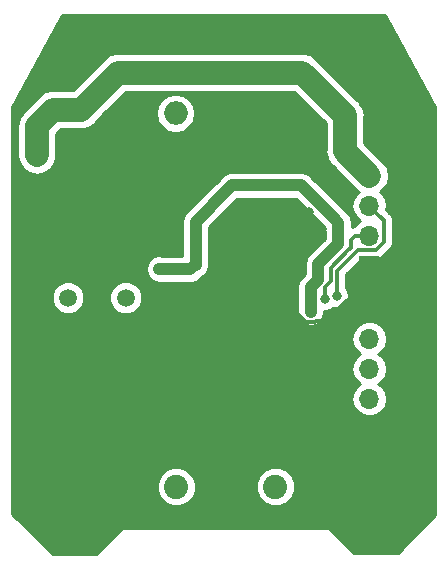
<source format=gbr>
G04 #@! TF.GenerationSoftware,KiCad,Pcbnew,5.0.2-bee76a0~70~ubuntu18.04.1*
G04 #@! TF.CreationDate,2019-01-08T18:58:55+02:00*
G04 #@! TF.ProjectId,HScope_2018_10_L,4853636f-7065-45f3-9230-31385f31305f,rev?*
G04 #@! TF.SameCoordinates,Original*
G04 #@! TF.FileFunction,Copper,L2,Bot*
G04 #@! TF.FilePolarity,Positive*
%FSLAX46Y46*%
G04 Gerber Fmt 4.6, Leading zero omitted, Abs format (unit mm)*
G04 Created by KiCad (PCBNEW 5.0.2-bee76a0~70~ubuntu18.04.1) date Вт 08 янв 2019 18:58:55*
%MOMM*%
%LPD*%
G01*
G04 APERTURE LIST*
G04 #@! TA.AperFunction,ComponentPad*
%ADD10O,2.000000X2.000000*%
G04 #@! TD*
G04 #@! TA.AperFunction,ComponentPad*
%ADD11R,2.000000X2.000000*%
G04 #@! TD*
G04 #@! TA.AperFunction,ComponentPad*
%ADD12R,1.700000X1.700000*%
G04 #@! TD*
G04 #@! TA.AperFunction,ComponentPad*
%ADD13O,1.700000X1.700000*%
G04 #@! TD*
G04 #@! TA.AperFunction,ComponentPad*
%ADD14C,2.250000*%
G04 #@! TD*
G04 #@! TA.AperFunction,ComponentPad*
%ADD15C,2.050000*%
G04 #@! TD*
G04 #@! TA.AperFunction,ViaPad*
%ADD16C,0.500000*%
G04 #@! TD*
G04 #@! TA.AperFunction,Conductor*
%ADD17C,0.100000*%
G04 #@! TD*
G04 #@! TA.AperFunction,Conductor*
%ADD18C,2.500000*%
G04 #@! TD*
G04 #@! TA.AperFunction,ComponentPad*
%ADD19C,1.500000*%
G04 #@! TD*
G04 #@! TA.AperFunction,ViaPad*
%ADD20C,0.800000*%
G04 #@! TD*
G04 #@! TA.AperFunction,ViaPad*
%ADD21C,5.000000*%
G04 #@! TD*
G04 #@! TA.AperFunction,Conductor*
%ADD22C,2.000000*%
G04 #@! TD*
G04 #@! TA.AperFunction,Conductor*
%ADD23C,0.500000*%
G04 #@! TD*
G04 #@! TA.AperFunction,Conductor*
%ADD24C,0.300000*%
G04 #@! TD*
G04 #@! TA.AperFunction,Conductor*
%ADD25C,1.000000*%
G04 #@! TD*
G04 #@! TA.AperFunction,Conductor*
%ADD26C,0.254000*%
G04 #@! TD*
G04 APERTURE END LIST*
D10*
G04 #@! TO.P,D1,2*
G04 #@! TO.N,Net-(D1-Pad2)*
X76210000Y-36890000D03*
D11*
G04 #@! TO.P,D1,1*
G04 #@! TO.N,GNDREF*
X78750000Y-36890000D03*
G04 #@! TD*
D12*
G04 #@! TO.P,J1,1*
G04 #@! TO.N,GNDREF*
X92620000Y-53420000D03*
D13*
G04 #@! TO.P,J1,2*
G04 #@! TO.N,Net-(J1-Pad2)*
X92620000Y-55960000D03*
G04 #@! TO.P,J1,3*
G04 #@! TO.N,Net-(J1-Pad3)*
X92620000Y-58500000D03*
G04 #@! TO.P,J1,4*
G04 #@! TO.N,V_IN*
X92620000Y-61040000D03*
G04 #@! TD*
D14*
G04 #@! TO.P,J3,2*
G04 #@! TO.N,GNDREF*
X82130000Y-71020000D03*
X82130000Y-65940000D03*
X87210000Y-65940000D03*
X87210000Y-71020000D03*
D15*
G04 #@! TO.P,J3,1*
G04 #@! TO.N,IN_U_1*
X84670000Y-68480000D03*
G04 #@! TD*
D13*
G04 #@! TO.P,J4,4*
G04 #@! TO.N,V_IN*
X92620000Y-42150000D03*
G04 #@! TO.P,J4,3*
G04 #@! TO.N,RX*
X92620000Y-44690000D03*
G04 #@! TO.P,J4,2*
G04 #@! TO.N,TX*
X92620000Y-47230000D03*
D12*
G04 #@! TO.P,J4,1*
G04 #@! TO.N,GNDREF*
X92620000Y-49770000D03*
G04 #@! TD*
D15*
G04 #@! TO.P,J7,1*
G04 #@! TO.N,IN_U_0*
X76260000Y-68490000D03*
D14*
G04 #@! TO.P,J7,2*
G04 #@! TO.N,GNDREF*
X78800000Y-71030000D03*
X78800000Y-65950000D03*
X73720000Y-65950000D03*
X73720000Y-71030000D03*
G04 #@! TD*
D16*
G04 #@! TO.N,GNDREF*
G04 #@! TO.C,U2*
X82900000Y-47900000D03*
X83900000Y-47900000D03*
X84900000Y-47900000D03*
X82900000Y-48900000D03*
X83900000Y-48900000D03*
X84900000Y-48900000D03*
X82900000Y-49900000D03*
X83900000Y-49900000D03*
X84900000Y-49900000D03*
D17*
G36*
X84924504Y-47651204D02*
X84948773Y-47654804D01*
X84972571Y-47660765D01*
X84995671Y-47669030D01*
X85017849Y-47679520D01*
X85038893Y-47692133D01*
X85058598Y-47706747D01*
X85076777Y-47723223D01*
X85093253Y-47741402D01*
X85107867Y-47761107D01*
X85120480Y-47782151D01*
X85130970Y-47804329D01*
X85139235Y-47827429D01*
X85145196Y-47851227D01*
X85148796Y-47875496D01*
X85150000Y-47900000D01*
X85150000Y-49900000D01*
X85148796Y-49924504D01*
X85145196Y-49948773D01*
X85139235Y-49972571D01*
X85130970Y-49995671D01*
X85120480Y-50017849D01*
X85107867Y-50038893D01*
X85093253Y-50058598D01*
X85076777Y-50076777D01*
X85058598Y-50093253D01*
X85038893Y-50107867D01*
X85017849Y-50120480D01*
X84995671Y-50130970D01*
X84972571Y-50139235D01*
X84948773Y-50145196D01*
X84924504Y-50148796D01*
X84900000Y-50150000D01*
X82900000Y-50150000D01*
X82875496Y-50148796D01*
X82851227Y-50145196D01*
X82827429Y-50139235D01*
X82804329Y-50130970D01*
X82782151Y-50120480D01*
X82761107Y-50107867D01*
X82741402Y-50093253D01*
X82723223Y-50076777D01*
X82706747Y-50058598D01*
X82692133Y-50038893D01*
X82679520Y-50017849D01*
X82669030Y-49995671D01*
X82660765Y-49972571D01*
X82654804Y-49948773D01*
X82651204Y-49924504D01*
X82650000Y-49900000D01*
X82650000Y-47900000D01*
X82651204Y-47875496D01*
X82654804Y-47851227D01*
X82660765Y-47827429D01*
X82669030Y-47804329D01*
X82679520Y-47782151D01*
X82692133Y-47761107D01*
X82706747Y-47741402D01*
X82723223Y-47723223D01*
X82741402Y-47706747D01*
X82761107Y-47692133D01*
X82782151Y-47679520D01*
X82804329Y-47669030D01*
X82827429Y-47660765D01*
X82851227Y-47654804D01*
X82875496Y-47651204D01*
X82900000Y-47650000D01*
X84900000Y-47650000D01*
X84924504Y-47651204D01*
X84924504Y-47651204D01*
G37*
D18*
X83900000Y-48900000D03*
G04 #@! TD*
D19*
G04 #@! TO.P,Y2,1*
G04 #@! TO.N,OC_2_IN*
X67110000Y-52490000D03*
G04 #@! TO.P,Y2,2*
G04 #@! TO.N,OC_2_OUT*
X71990000Y-52490000D03*
G04 #@! TD*
D20*
G04 #@! TO.N,GNDREF*
X66420000Y-60858000D03*
D21*
X66420000Y-65340000D03*
D20*
X92710000Y-70530000D03*
X94590000Y-70530000D03*
X94370000Y-68570000D03*
X66360000Y-70510000D03*
X68230000Y-70500000D03*
X66625000Y-68530000D03*
X76160000Y-65950000D03*
X78800000Y-68300000D03*
X76360000Y-71030000D03*
X84830000Y-65940000D03*
X82130000Y-68390000D03*
X84620000Y-71020000D03*
X75395000Y-46460000D03*
X75395000Y-47500000D03*
X80257133Y-52421498D03*
X87522182Y-45217818D03*
X75670000Y-60430000D03*
X77850000Y-59150000D03*
X89580000Y-43500000D03*
D21*
X94122000Y-65286000D03*
X95634000Y-37962000D03*
D20*
X66474000Y-58752000D03*
X68472000Y-58752000D03*
X68472000Y-60912000D03*
X86616000Y-57564000D03*
X84564000Y-59670000D03*
X86616000Y-59724000D03*
X84618000Y-57564000D03*
X69822000Y-43578000D03*
X67770000Y-45684000D03*
X69822000Y-45738000D03*
X67824000Y-43578000D03*
G04 #@! TO.N,V_IN*
X67446000Y-36570000D03*
X65710000Y-36590000D03*
X64000000Y-38040000D03*
X64460000Y-40400000D03*
X90342000Y-37368000D03*
X90558000Y-40088000D03*
G04 #@! TO.N,VCC*
X80580000Y-43380000D03*
X89990000Y-46130000D03*
X77470000Y-50100000D03*
X87650000Y-53710000D03*
X74850000Y-50060000D03*
G04 #@! TO.N,RX*
X89860000Y-52370000D03*
G04 #@! TO.N,TX*
X88850000Y-52590000D03*
G04 #@! TD*
D22*
G04 #@! TO.N,GNDREF*
X94100000Y-71020000D02*
X94590000Y-70530000D01*
X87210000Y-71020000D02*
X94100000Y-71020000D01*
X66880000Y-71030000D02*
X66360000Y-70510000D01*
X73720000Y-71030000D02*
X66880000Y-71030000D01*
D23*
X83900000Y-48900000D02*
X84900000Y-49900000D01*
X83900000Y-48900000D02*
X83900000Y-49900000D01*
X83900000Y-48900000D02*
X82900000Y-49900000D01*
X83900000Y-48900000D02*
X82900000Y-47900000D01*
X83900000Y-48900000D02*
X84900000Y-47900000D01*
X83900000Y-48900000D02*
X84900000Y-48900000D01*
D22*
X83900000Y-50800000D02*
X83900000Y-48900000D01*
X91178002Y-53420000D02*
X90408001Y-54190001D01*
X92620000Y-53420000D02*
X91178002Y-53420000D01*
D24*
X89510001Y-54190001D02*
X89270001Y-54430001D01*
X90408001Y-54190001D02*
X89510001Y-54190001D01*
X83900000Y-48900000D02*
X80378502Y-52421498D01*
X80378502Y-52421498D02*
X80257133Y-52421498D01*
X83900000Y-48900000D02*
X87522182Y-45277818D01*
X87522182Y-45277818D02*
X87522182Y-45217818D01*
X83900000Y-51162095D02*
X83900000Y-50800000D01*
X87297915Y-54560010D02*
X83900000Y-51162095D01*
X88002085Y-54560010D02*
X87297915Y-54560010D01*
X88132094Y-54430001D02*
X88002085Y-54560010D01*
X89270001Y-54430001D02*
X88132094Y-54430001D01*
D25*
X76950000Y-59150000D02*
X75670000Y-60430000D01*
X77850000Y-59150000D02*
X76950000Y-59150000D01*
X75670000Y-65460000D02*
X76160000Y-65950000D01*
X75670000Y-60430000D02*
X75670000Y-65460000D01*
X75395000Y-47500000D02*
X75395000Y-46115000D01*
X75395000Y-46115000D02*
X80460000Y-41050000D01*
X80460000Y-41050000D02*
X87200000Y-41050000D01*
X87200000Y-41050000D02*
X89580000Y-43430000D01*
X89580000Y-43430000D02*
X89580000Y-43500000D01*
X88334999Y-64815001D02*
X88334999Y-56263003D01*
X88334999Y-56263003D02*
X90408001Y-54190001D01*
X87210000Y-65940000D02*
X88334999Y-64815001D01*
X80460000Y-40600000D02*
X80460000Y-41050000D01*
X78750000Y-38890000D02*
X80460000Y-40600000D01*
X78750000Y-36890000D02*
X78750000Y-38890000D01*
X87916997Y-56263003D02*
X86616000Y-57564000D01*
X88334999Y-56263003D02*
X87916997Y-56263003D01*
D22*
G04 #@! TO.N,V_IN*
X64460000Y-40400000D02*
X64460000Y-37946000D01*
X65836000Y-36570000D02*
X68190000Y-36570000D01*
X64460000Y-37946000D02*
X65836000Y-36570000D01*
X68190000Y-36570000D02*
X71334000Y-33426000D01*
X71334000Y-33426000D02*
X86940000Y-33426000D01*
X86940000Y-33426000D02*
X90558000Y-37044000D01*
X90558000Y-40088000D02*
X92620000Y-42150000D01*
X90558000Y-37044000D02*
X90558000Y-40088000D01*
D25*
G04 #@! TO.N,VCC*
X77910000Y-46050000D02*
X80580000Y-43380000D01*
X77910000Y-49710000D02*
X77910000Y-46050000D01*
X86840001Y-42980001D02*
X89590001Y-45730001D01*
X80979999Y-42980001D02*
X86840001Y-42980001D01*
X89590001Y-45730001D02*
X89990000Y-46130000D01*
X80580000Y-43380000D02*
X80979999Y-42980001D01*
D24*
X77869999Y-49700001D02*
X77900001Y-49700001D01*
X77900001Y-49700001D02*
X77910000Y-49710000D01*
D25*
X77869999Y-49700001D02*
X77470000Y-50100000D01*
X87650000Y-51617905D02*
X87650000Y-53710000D01*
X74890000Y-50100000D02*
X74850000Y-50060000D01*
X77470000Y-50100000D02*
X74890000Y-50100000D01*
X89990000Y-46695685D02*
X89964000Y-46721685D01*
X89990000Y-46130000D02*
X89990000Y-46695685D01*
X89964000Y-46721685D02*
X89964000Y-47952000D01*
X89964000Y-47952000D02*
X88290000Y-49626000D01*
X88290000Y-50977905D02*
X87650000Y-51617905D01*
X88290000Y-49626000D02*
X88290000Y-50977905D01*
D24*
G04 #@! TO.N,RX*
X93820001Y-45890001D02*
X93469999Y-45539999D01*
X93820001Y-47806001D02*
X93820001Y-45890001D01*
X93469999Y-45539999D02*
X92620000Y-44690000D01*
X93196001Y-48430001D02*
X93820001Y-47806001D01*
X91629997Y-48430001D02*
X93196001Y-48430001D01*
X89860000Y-50199998D02*
X91629997Y-48430001D01*
X89860000Y-52370000D02*
X89860000Y-50199998D01*
G04 #@! TO.N,TX*
X91417919Y-47230000D02*
X92620000Y-47230000D01*
X91037919Y-47610000D02*
X91417919Y-47230000D01*
X91037919Y-48262081D02*
X91037919Y-47610000D01*
X88850000Y-52590000D02*
X88850000Y-51620000D01*
X88850000Y-51620000D02*
X88860000Y-51620000D01*
X88860000Y-51620000D02*
X89359990Y-51120010D01*
X90850000Y-48450000D02*
X91037919Y-48262081D01*
X89359990Y-51120010D02*
X89359990Y-49970010D01*
X89359990Y-49970010D02*
X90850000Y-48480000D01*
X90850000Y-48480000D02*
X90850000Y-48450000D01*
G04 #@! TD*
D26*
G04 #@! TO.N,GNDREF*
G36*
X98218001Y-36308086D02*
X98218000Y-70931908D01*
X95015910Y-74134000D01*
X91338091Y-74134000D01*
X89435494Y-72231404D01*
X89395881Y-72172119D01*
X89161028Y-72015195D01*
X88953926Y-71974000D01*
X88953924Y-71974000D01*
X88884000Y-71960091D01*
X88814076Y-71974000D01*
X72051926Y-71974000D01*
X71982000Y-71960091D01*
X71704971Y-72015195D01*
X71529399Y-72132509D01*
X71470119Y-72172119D01*
X71430510Y-72231398D01*
X69473910Y-74188000D01*
X65796092Y-74188000D01*
X62378000Y-70769910D01*
X62378000Y-68159806D01*
X74600000Y-68159806D01*
X74600000Y-68820194D01*
X74852720Y-69430314D01*
X75319686Y-69897280D01*
X75929806Y-70150000D01*
X76590194Y-70150000D01*
X77200314Y-69897280D01*
X77667280Y-69430314D01*
X77920000Y-68820194D01*
X77920000Y-68159806D01*
X77915858Y-68149806D01*
X83010000Y-68149806D01*
X83010000Y-68810194D01*
X83262720Y-69420314D01*
X83729686Y-69887280D01*
X84339806Y-70140000D01*
X85000194Y-70140000D01*
X85610314Y-69887280D01*
X86077280Y-69420314D01*
X86330000Y-68810194D01*
X86330000Y-68149806D01*
X86077280Y-67539686D01*
X85610314Y-67072720D01*
X85000194Y-66820000D01*
X84339806Y-66820000D01*
X83729686Y-67072720D01*
X83262720Y-67539686D01*
X83010000Y-68149806D01*
X77915858Y-68149806D01*
X77667280Y-67549686D01*
X77200314Y-67082720D01*
X76590194Y-66830000D01*
X75929806Y-66830000D01*
X75319686Y-67082720D01*
X74852720Y-67549686D01*
X74600000Y-68159806D01*
X62378000Y-68159806D01*
X62378000Y-55960000D01*
X91105908Y-55960000D01*
X91221161Y-56539418D01*
X91549375Y-57030625D01*
X91847761Y-57230000D01*
X91549375Y-57429375D01*
X91221161Y-57920582D01*
X91105908Y-58500000D01*
X91221161Y-59079418D01*
X91549375Y-59570625D01*
X91847761Y-59770000D01*
X91549375Y-59969375D01*
X91221161Y-60460582D01*
X91105908Y-61040000D01*
X91221161Y-61619418D01*
X91549375Y-62110625D01*
X92040582Y-62438839D01*
X92473744Y-62525000D01*
X92766256Y-62525000D01*
X93199418Y-62438839D01*
X93690625Y-62110625D01*
X94018839Y-61619418D01*
X94134092Y-61040000D01*
X94018839Y-60460582D01*
X93690625Y-59969375D01*
X93392239Y-59770000D01*
X93690625Y-59570625D01*
X94018839Y-59079418D01*
X94134092Y-58500000D01*
X94018839Y-57920582D01*
X93690625Y-57429375D01*
X93392239Y-57230000D01*
X93690625Y-57030625D01*
X94018839Y-56539418D01*
X94134092Y-55960000D01*
X94018839Y-55380582D01*
X93690625Y-54889375D01*
X93199418Y-54561161D01*
X92766256Y-54475000D01*
X92473744Y-54475000D01*
X92040582Y-54561161D01*
X91549375Y-54889375D01*
X91221161Y-55380582D01*
X91105908Y-55960000D01*
X62378000Y-55960000D01*
X62378000Y-52214506D01*
X65725000Y-52214506D01*
X65725000Y-52765494D01*
X65935853Y-53274540D01*
X66325460Y-53664147D01*
X66834506Y-53875000D01*
X67385494Y-53875000D01*
X67894540Y-53664147D01*
X68284147Y-53274540D01*
X68495000Y-52765494D01*
X68495000Y-52214506D01*
X70605000Y-52214506D01*
X70605000Y-52765494D01*
X70815853Y-53274540D01*
X71205460Y-53664147D01*
X71714506Y-53875000D01*
X72265494Y-53875000D01*
X72774540Y-53664147D01*
X73164147Y-53274540D01*
X73375000Y-52765494D01*
X73375000Y-52214506D01*
X73164147Y-51705460D01*
X72774540Y-51315853D01*
X72265494Y-51105000D01*
X71714506Y-51105000D01*
X71205460Y-51315853D01*
X70815853Y-51705460D01*
X70605000Y-52214506D01*
X68495000Y-52214506D01*
X68284147Y-51705460D01*
X67894540Y-51315853D01*
X67385494Y-51105000D01*
X66834506Y-51105000D01*
X66325460Y-51315853D01*
X65935853Y-51705460D01*
X65725000Y-52214506D01*
X62378000Y-52214506D01*
X62378000Y-37946000D01*
X62792969Y-37946000D01*
X62825001Y-38107034D01*
X62825000Y-40561030D01*
X62919864Y-41037944D01*
X63281231Y-41578769D01*
X63822055Y-41940136D01*
X64460000Y-42067031D01*
X65097944Y-41940136D01*
X65638769Y-41578769D01*
X66000136Y-41037945D01*
X66095000Y-40561031D01*
X66095000Y-38623238D01*
X66513239Y-38205000D01*
X68028970Y-38205000D01*
X68190000Y-38237031D01*
X68351030Y-38205000D01*
X68351031Y-38205000D01*
X68827945Y-38110136D01*
X69368769Y-37748769D01*
X69459988Y-37612250D01*
X70182238Y-36890000D01*
X74542969Y-36890000D01*
X74669864Y-37527945D01*
X75031231Y-38068769D01*
X75572055Y-38430136D01*
X76048969Y-38525000D01*
X76371031Y-38525000D01*
X76847945Y-38430136D01*
X77388769Y-38068769D01*
X77750136Y-37527945D01*
X77877031Y-36890000D01*
X77750136Y-36252055D01*
X77388769Y-35711231D01*
X76847945Y-35349864D01*
X76371031Y-35255000D01*
X76048969Y-35255000D01*
X75572055Y-35349864D01*
X75031231Y-35711231D01*
X74669864Y-36252055D01*
X74542969Y-36890000D01*
X70182238Y-36890000D01*
X72011239Y-35061000D01*
X86262762Y-35061000D01*
X88923000Y-37721239D01*
X88923001Y-39926966D01*
X88890969Y-40088000D01*
X88993981Y-40605874D01*
X89017865Y-40725945D01*
X89379232Y-41266769D01*
X89515748Y-41357986D01*
X91577746Y-43419985D01*
X91712765Y-43510202D01*
X91549375Y-43619375D01*
X91221161Y-44110582D01*
X91105908Y-44690000D01*
X91221161Y-45269418D01*
X91549375Y-45760625D01*
X91847761Y-45960000D01*
X91549375Y-46159375D01*
X91361273Y-46440889D01*
X91340607Y-46445000D01*
X91340603Y-46445000D01*
X91125000Y-46487886D01*
X91125000Y-46241782D01*
X91147235Y-46129999D01*
X91070654Y-45745000D01*
X91059146Y-45687145D01*
X90808289Y-45311711D01*
X90713519Y-45248388D01*
X90471611Y-45006480D01*
X90471609Y-45006477D01*
X87721614Y-42256483D01*
X87658290Y-42161712D01*
X87282856Y-41910855D01*
X86951784Y-41845001D01*
X86840001Y-41822766D01*
X86728218Y-41845001D01*
X81091781Y-41845001D01*
X80979998Y-41822766D01*
X80719479Y-41874586D01*
X80537144Y-41910855D01*
X80161710Y-42161712D01*
X80098386Y-42256483D01*
X79856479Y-42498390D01*
X79856476Y-42498392D01*
X77186480Y-45168389D01*
X77091712Y-45231711D01*
X76986218Y-45389594D01*
X76840854Y-45607146D01*
X76752765Y-46050000D01*
X76775001Y-46161788D01*
X76775000Y-48965000D01*
X75162877Y-48965000D01*
X74850000Y-48902765D01*
X74407146Y-48990854D01*
X74031712Y-49241712D01*
X73780854Y-49617146D01*
X73692765Y-50060000D01*
X73780854Y-50502854D01*
X73968392Y-50783523D01*
X74008388Y-50823519D01*
X74071711Y-50918289D01*
X74447145Y-51169146D01*
X74778217Y-51235000D01*
X74890000Y-51257235D01*
X75001783Y-51235000D01*
X77358217Y-51235000D01*
X77470000Y-51257235D01*
X77581783Y-51235000D01*
X77912855Y-51169146D01*
X78288289Y-50918289D01*
X78351613Y-50823518D01*
X78482836Y-50692295D01*
X78728289Y-50528289D01*
X78979146Y-50152855D01*
X79045000Y-49821783D01*
X79045000Y-46520131D01*
X81450131Y-44115001D01*
X86369870Y-44115001D01*
X88834935Y-46580067D01*
X88806765Y-46721685D01*
X88829000Y-46833468D01*
X88829000Y-47481867D01*
X87566481Y-48744387D01*
X87471711Y-48807711D01*
X87282924Y-49090252D01*
X87220854Y-49183146D01*
X87132765Y-49626000D01*
X87155000Y-49737783D01*
X87155000Y-50507774D01*
X86926482Y-50736292D01*
X86831711Y-50799616D01*
X86617631Y-51120010D01*
X86580854Y-51175051D01*
X86492765Y-51617905D01*
X86515000Y-51729689D01*
X86515001Y-53821783D01*
X86580855Y-54152855D01*
X86831712Y-54528289D01*
X87207146Y-54779146D01*
X87650000Y-54867235D01*
X88092855Y-54779146D01*
X88468289Y-54528289D01*
X88719146Y-54152855D01*
X88785000Y-53821783D01*
X88785000Y-53625000D01*
X89055874Y-53625000D01*
X89436280Y-53467431D01*
X89544231Y-53359480D01*
X89654126Y-53405000D01*
X90065874Y-53405000D01*
X90446280Y-53247431D01*
X90737431Y-52956280D01*
X90895000Y-52575874D01*
X90895000Y-52164126D01*
X90737431Y-51783720D01*
X90645000Y-51691289D01*
X90645000Y-50525155D01*
X91955154Y-49215001D01*
X93118689Y-49215001D01*
X93196001Y-49230379D01*
X93273313Y-49215001D01*
X93273317Y-49215001D01*
X93502293Y-49169455D01*
X93761954Y-48995954D01*
X93805750Y-48930409D01*
X94320412Y-48415748D01*
X94385954Y-48371954D01*
X94429748Y-48306412D01*
X94429750Y-48306410D01*
X94516918Y-48175953D01*
X94559455Y-48112293D01*
X94605001Y-47883317D01*
X94605001Y-47883313D01*
X94620379Y-47806002D01*
X94605001Y-47728691D01*
X94605001Y-45967313D01*
X94620379Y-45890001D01*
X94605001Y-45812689D01*
X94605001Y-45812685D01*
X94559455Y-45583709D01*
X94385954Y-45324048D01*
X94320407Y-45280250D01*
X94079750Y-45039594D01*
X94079748Y-45039590D01*
X94067075Y-45026917D01*
X94134092Y-44690000D01*
X94018839Y-44110582D01*
X93690625Y-43619375D01*
X93527235Y-43510201D01*
X93798768Y-43328768D01*
X94160135Y-42787945D01*
X94287030Y-42149999D01*
X94160135Y-41512054D01*
X93889985Y-41107746D01*
X92193000Y-39410762D01*
X92193000Y-37205031D01*
X92225031Y-37044000D01*
X92098136Y-36406054D01*
X91864286Y-36056074D01*
X91736769Y-35865231D01*
X91600253Y-35774014D01*
X88209988Y-32383750D01*
X88118769Y-32247231D01*
X87577945Y-31885864D01*
X87101031Y-31791000D01*
X87101030Y-31791000D01*
X86940000Y-31758969D01*
X86778970Y-31791000D01*
X71495025Y-31791000D01*
X71333999Y-31758970D01*
X71172973Y-31791000D01*
X71172969Y-31791000D01*
X70696055Y-31885864D01*
X70155231Y-32247231D01*
X70064014Y-32383747D01*
X67512762Y-34935000D01*
X65997030Y-34935000D01*
X65836000Y-34902969D01*
X65674970Y-34935000D01*
X65674969Y-34935000D01*
X65198055Y-35029864D01*
X64657231Y-35391231D01*
X64566014Y-35527747D01*
X63417748Y-36676014D01*
X63281232Y-36767231D01*
X63190015Y-36903747D01*
X62919865Y-37308055D01*
X62792969Y-37946000D01*
X62378000Y-37946000D01*
X62378000Y-36306178D01*
X66572580Y-28574000D01*
X93971837Y-28574000D01*
X98218001Y-36308086D01*
X98218001Y-36308086D01*
G37*
X98218001Y-36308086D02*
X98218000Y-70931908D01*
X95015910Y-74134000D01*
X91338091Y-74134000D01*
X89435494Y-72231404D01*
X89395881Y-72172119D01*
X89161028Y-72015195D01*
X88953926Y-71974000D01*
X88953924Y-71974000D01*
X88884000Y-71960091D01*
X88814076Y-71974000D01*
X72051926Y-71974000D01*
X71982000Y-71960091D01*
X71704971Y-72015195D01*
X71529399Y-72132509D01*
X71470119Y-72172119D01*
X71430510Y-72231398D01*
X69473910Y-74188000D01*
X65796092Y-74188000D01*
X62378000Y-70769910D01*
X62378000Y-68159806D01*
X74600000Y-68159806D01*
X74600000Y-68820194D01*
X74852720Y-69430314D01*
X75319686Y-69897280D01*
X75929806Y-70150000D01*
X76590194Y-70150000D01*
X77200314Y-69897280D01*
X77667280Y-69430314D01*
X77920000Y-68820194D01*
X77920000Y-68159806D01*
X77915858Y-68149806D01*
X83010000Y-68149806D01*
X83010000Y-68810194D01*
X83262720Y-69420314D01*
X83729686Y-69887280D01*
X84339806Y-70140000D01*
X85000194Y-70140000D01*
X85610314Y-69887280D01*
X86077280Y-69420314D01*
X86330000Y-68810194D01*
X86330000Y-68149806D01*
X86077280Y-67539686D01*
X85610314Y-67072720D01*
X85000194Y-66820000D01*
X84339806Y-66820000D01*
X83729686Y-67072720D01*
X83262720Y-67539686D01*
X83010000Y-68149806D01*
X77915858Y-68149806D01*
X77667280Y-67549686D01*
X77200314Y-67082720D01*
X76590194Y-66830000D01*
X75929806Y-66830000D01*
X75319686Y-67082720D01*
X74852720Y-67549686D01*
X74600000Y-68159806D01*
X62378000Y-68159806D01*
X62378000Y-55960000D01*
X91105908Y-55960000D01*
X91221161Y-56539418D01*
X91549375Y-57030625D01*
X91847761Y-57230000D01*
X91549375Y-57429375D01*
X91221161Y-57920582D01*
X91105908Y-58500000D01*
X91221161Y-59079418D01*
X91549375Y-59570625D01*
X91847761Y-59770000D01*
X91549375Y-59969375D01*
X91221161Y-60460582D01*
X91105908Y-61040000D01*
X91221161Y-61619418D01*
X91549375Y-62110625D01*
X92040582Y-62438839D01*
X92473744Y-62525000D01*
X92766256Y-62525000D01*
X93199418Y-62438839D01*
X93690625Y-62110625D01*
X94018839Y-61619418D01*
X94134092Y-61040000D01*
X94018839Y-60460582D01*
X93690625Y-59969375D01*
X93392239Y-59770000D01*
X93690625Y-59570625D01*
X94018839Y-59079418D01*
X94134092Y-58500000D01*
X94018839Y-57920582D01*
X93690625Y-57429375D01*
X93392239Y-57230000D01*
X93690625Y-57030625D01*
X94018839Y-56539418D01*
X94134092Y-55960000D01*
X94018839Y-55380582D01*
X93690625Y-54889375D01*
X93199418Y-54561161D01*
X92766256Y-54475000D01*
X92473744Y-54475000D01*
X92040582Y-54561161D01*
X91549375Y-54889375D01*
X91221161Y-55380582D01*
X91105908Y-55960000D01*
X62378000Y-55960000D01*
X62378000Y-52214506D01*
X65725000Y-52214506D01*
X65725000Y-52765494D01*
X65935853Y-53274540D01*
X66325460Y-53664147D01*
X66834506Y-53875000D01*
X67385494Y-53875000D01*
X67894540Y-53664147D01*
X68284147Y-53274540D01*
X68495000Y-52765494D01*
X68495000Y-52214506D01*
X70605000Y-52214506D01*
X70605000Y-52765494D01*
X70815853Y-53274540D01*
X71205460Y-53664147D01*
X71714506Y-53875000D01*
X72265494Y-53875000D01*
X72774540Y-53664147D01*
X73164147Y-53274540D01*
X73375000Y-52765494D01*
X73375000Y-52214506D01*
X73164147Y-51705460D01*
X72774540Y-51315853D01*
X72265494Y-51105000D01*
X71714506Y-51105000D01*
X71205460Y-51315853D01*
X70815853Y-51705460D01*
X70605000Y-52214506D01*
X68495000Y-52214506D01*
X68284147Y-51705460D01*
X67894540Y-51315853D01*
X67385494Y-51105000D01*
X66834506Y-51105000D01*
X66325460Y-51315853D01*
X65935853Y-51705460D01*
X65725000Y-52214506D01*
X62378000Y-52214506D01*
X62378000Y-37946000D01*
X62792969Y-37946000D01*
X62825001Y-38107034D01*
X62825000Y-40561030D01*
X62919864Y-41037944D01*
X63281231Y-41578769D01*
X63822055Y-41940136D01*
X64460000Y-42067031D01*
X65097944Y-41940136D01*
X65638769Y-41578769D01*
X66000136Y-41037945D01*
X66095000Y-40561031D01*
X66095000Y-38623238D01*
X66513239Y-38205000D01*
X68028970Y-38205000D01*
X68190000Y-38237031D01*
X68351030Y-38205000D01*
X68351031Y-38205000D01*
X68827945Y-38110136D01*
X69368769Y-37748769D01*
X69459988Y-37612250D01*
X70182238Y-36890000D01*
X74542969Y-36890000D01*
X74669864Y-37527945D01*
X75031231Y-38068769D01*
X75572055Y-38430136D01*
X76048969Y-38525000D01*
X76371031Y-38525000D01*
X76847945Y-38430136D01*
X77388769Y-38068769D01*
X77750136Y-37527945D01*
X77877031Y-36890000D01*
X77750136Y-36252055D01*
X77388769Y-35711231D01*
X76847945Y-35349864D01*
X76371031Y-35255000D01*
X76048969Y-35255000D01*
X75572055Y-35349864D01*
X75031231Y-35711231D01*
X74669864Y-36252055D01*
X74542969Y-36890000D01*
X70182238Y-36890000D01*
X72011239Y-35061000D01*
X86262762Y-35061000D01*
X88923000Y-37721239D01*
X88923001Y-39926966D01*
X88890969Y-40088000D01*
X88993981Y-40605874D01*
X89017865Y-40725945D01*
X89379232Y-41266769D01*
X89515748Y-41357986D01*
X91577746Y-43419985D01*
X91712765Y-43510202D01*
X91549375Y-43619375D01*
X91221161Y-44110582D01*
X91105908Y-44690000D01*
X91221161Y-45269418D01*
X91549375Y-45760625D01*
X91847761Y-45960000D01*
X91549375Y-46159375D01*
X91361273Y-46440889D01*
X91340607Y-46445000D01*
X91340603Y-46445000D01*
X91125000Y-46487886D01*
X91125000Y-46241782D01*
X91147235Y-46129999D01*
X91070654Y-45745000D01*
X91059146Y-45687145D01*
X90808289Y-45311711D01*
X90713519Y-45248388D01*
X90471611Y-45006480D01*
X90471609Y-45006477D01*
X87721614Y-42256483D01*
X87658290Y-42161712D01*
X87282856Y-41910855D01*
X86951784Y-41845001D01*
X86840001Y-41822766D01*
X86728218Y-41845001D01*
X81091781Y-41845001D01*
X80979998Y-41822766D01*
X80719479Y-41874586D01*
X80537144Y-41910855D01*
X80161710Y-42161712D01*
X80098386Y-42256483D01*
X79856479Y-42498390D01*
X79856476Y-42498392D01*
X77186480Y-45168389D01*
X77091712Y-45231711D01*
X76986218Y-45389594D01*
X76840854Y-45607146D01*
X76752765Y-46050000D01*
X76775001Y-46161788D01*
X76775000Y-48965000D01*
X75162877Y-48965000D01*
X74850000Y-48902765D01*
X74407146Y-48990854D01*
X74031712Y-49241712D01*
X73780854Y-49617146D01*
X73692765Y-50060000D01*
X73780854Y-50502854D01*
X73968392Y-50783523D01*
X74008388Y-50823519D01*
X74071711Y-50918289D01*
X74447145Y-51169146D01*
X74778217Y-51235000D01*
X74890000Y-51257235D01*
X75001783Y-51235000D01*
X77358217Y-51235000D01*
X77470000Y-51257235D01*
X77581783Y-51235000D01*
X77912855Y-51169146D01*
X78288289Y-50918289D01*
X78351613Y-50823518D01*
X78482836Y-50692295D01*
X78728289Y-50528289D01*
X78979146Y-50152855D01*
X79045000Y-49821783D01*
X79045000Y-46520131D01*
X81450131Y-44115001D01*
X86369870Y-44115001D01*
X88834935Y-46580067D01*
X88806765Y-46721685D01*
X88829000Y-46833468D01*
X88829000Y-47481867D01*
X87566481Y-48744387D01*
X87471711Y-48807711D01*
X87282924Y-49090252D01*
X87220854Y-49183146D01*
X87132765Y-49626000D01*
X87155000Y-49737783D01*
X87155000Y-50507774D01*
X86926482Y-50736292D01*
X86831711Y-50799616D01*
X86617631Y-51120010D01*
X86580854Y-51175051D01*
X86492765Y-51617905D01*
X86515000Y-51729689D01*
X86515001Y-53821783D01*
X86580855Y-54152855D01*
X86831712Y-54528289D01*
X87207146Y-54779146D01*
X87650000Y-54867235D01*
X88092855Y-54779146D01*
X88468289Y-54528289D01*
X88719146Y-54152855D01*
X88785000Y-53821783D01*
X88785000Y-53625000D01*
X89055874Y-53625000D01*
X89436280Y-53467431D01*
X89544231Y-53359480D01*
X89654126Y-53405000D01*
X90065874Y-53405000D01*
X90446280Y-53247431D01*
X90737431Y-52956280D01*
X90895000Y-52575874D01*
X90895000Y-52164126D01*
X90737431Y-51783720D01*
X90645000Y-51691289D01*
X90645000Y-50525155D01*
X91955154Y-49215001D01*
X93118689Y-49215001D01*
X93196001Y-49230379D01*
X93273313Y-49215001D01*
X93273317Y-49215001D01*
X93502293Y-49169455D01*
X93761954Y-48995954D01*
X93805750Y-48930409D01*
X94320412Y-48415748D01*
X94385954Y-48371954D01*
X94429748Y-48306412D01*
X94429750Y-48306410D01*
X94516918Y-48175953D01*
X94559455Y-48112293D01*
X94605001Y-47883317D01*
X94605001Y-47883313D01*
X94620379Y-47806002D01*
X94605001Y-47728691D01*
X94605001Y-45967313D01*
X94620379Y-45890001D01*
X94605001Y-45812689D01*
X94605001Y-45812685D01*
X94559455Y-45583709D01*
X94385954Y-45324048D01*
X94320407Y-45280250D01*
X94079750Y-45039594D01*
X94079748Y-45039590D01*
X94067075Y-45026917D01*
X94134092Y-44690000D01*
X94018839Y-44110582D01*
X93690625Y-43619375D01*
X93527235Y-43510201D01*
X93798768Y-43328768D01*
X94160135Y-42787945D01*
X94287030Y-42149999D01*
X94160135Y-41512054D01*
X93889985Y-41107746D01*
X92193000Y-39410762D01*
X92193000Y-37205031D01*
X92225031Y-37044000D01*
X92098136Y-36406054D01*
X91864286Y-36056074D01*
X91736769Y-35865231D01*
X91600253Y-35774014D01*
X88209988Y-32383750D01*
X88118769Y-32247231D01*
X87577945Y-31885864D01*
X87101031Y-31791000D01*
X87101030Y-31791000D01*
X86940000Y-31758969D01*
X86778970Y-31791000D01*
X71495025Y-31791000D01*
X71333999Y-31758970D01*
X71172973Y-31791000D01*
X71172969Y-31791000D01*
X70696055Y-31885864D01*
X70155231Y-32247231D01*
X70064014Y-32383747D01*
X67512762Y-34935000D01*
X65997030Y-34935000D01*
X65836000Y-34902969D01*
X65674970Y-34935000D01*
X65674969Y-34935000D01*
X65198055Y-35029864D01*
X64657231Y-35391231D01*
X64566014Y-35527747D01*
X63417748Y-36676014D01*
X63281232Y-36767231D01*
X63190015Y-36903747D01*
X62919865Y-37308055D01*
X62792969Y-37946000D01*
X62378000Y-37946000D01*
X62378000Y-36306178D01*
X66572580Y-28574000D01*
X93971837Y-28574000D01*
X98218001Y-36308086D01*
G04 #@! TD*
M02*

</source>
